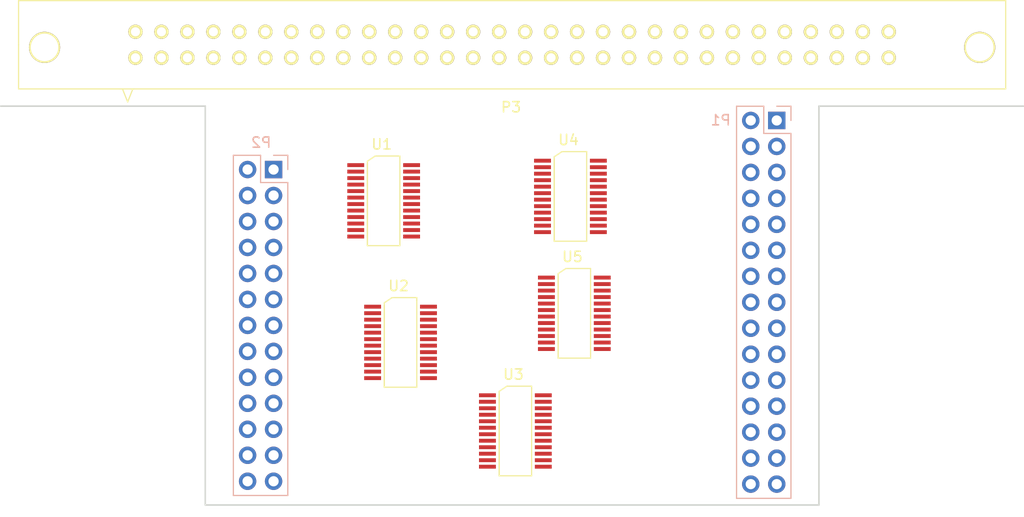
<source format=kicad_pcb>
(kicad_pcb (version 4) (host pcbnew 4.0.1-stable)

  (general
    (links 118)
    (no_connects 118)
    (area -30.075001 -20.091001 100.075001 20.075001)
    (thickness 1.6)
    (drawings 5)
    (tracks 0)
    (zones 0)
    (modules 8)
    (nets 114)
  )

  (page A4)
  (title_block
    (title "CSS118, Parking Meter PCB")
    (date 2016-07-25)
    (rev 7A)
    (company "Custom Silicon Solutions, Inc.")
  )

  (layers
    (0 F.Cu signal)
    (1 In1.Cu signal)
    (2 In2.Cu signal)
    (31 B.Cu signal)
    (32 B.Adhes user)
    (33 F.Adhes user)
    (34 B.Paste user)
    (35 F.Paste user)
    (36 B.SilkS user)
    (37 F.SilkS user)
    (38 B.Mask user)
    (39 F.Mask user)
    (40 Dwgs.User user)
    (41 Cmts.User user)
    (42 Eco1.User user)
    (43 Eco2.User user)
    (44 Edge.Cuts user)
    (45 Margin user)
    (46 B.CrtYd user)
    (47 F.CrtYd user)
    (48 B.Fab user)
    (49 F.Fab user)
  )

  (setup
    (last_trace_width 0.25)
    (user_trace_width 0.1524)
    (user_trace_width 0.1778)
    (user_trace_width 0.254)
    (user_trace_width 0.127)
    (user_trace_width 0.127)
    (user_trace_width 0.127)
    (user_trace_width 0.1778)
    (user_trace_width 0.254)
    (user_trace_width 0.381)
    (user_trace_width 0.4572)
    (user_trace_width 0.8128)
    (user_trace_width 0.1524)
    (user_trace_width 0.1778)
    (user_trace_width 0.254)
    (trace_clearance 0.2)
    (zone_clearance 0.508)
    (zone_45_only no)
    (trace_min 0.1524)
    (segment_width 0.2)
    (edge_width 0.15)
    (via_size 0.6858)
    (via_drill 0.3302)
    (via_min_size 0.6858)
    (via_min_drill 0.3302)
    (user_via 0.6858 0.3302)
    (user_via 0.4572 0.254)
    (user_via 0.4572 0.254)
    (user_via 0.4572 0.254)
    (user_via 0.4572 0.254)
    (user_via 0.508 0.254)
    (user_via 0.508 0.254)
    (user_via 0.508 0.254)
    (user_via 0.508 0.254)
    (user_via 0.6858 0.3302)
    (uvia_size 0.3)
    (uvia_drill 0.1)
    (uvias_allowed no)
    (uvia_min_size 0.2)
    (uvia_min_drill 0.1)
    (pcb_text_width 0.3)
    (pcb_text_size 1.5 1.5)
    (mod_edge_width 0.15)
    (mod_text_size 1 1)
    (mod_text_width 0.15)
    (pad_size 1.524 1.524)
    (pad_drill 0.762)
    (pad_to_mask_clearance 0.2)
    (aux_axis_origin 0 0)
    (visible_elements 7FFEF77F)
    (pcbplotparams
      (layerselection 0x010f0_80000001)
      (usegerberextensions true)
      (excludeedgelayer true)
      (linewidth 0.100000)
      (plotframeref false)
      (viasonmask false)
      (mode 1)
      (useauxorigin false)
      (hpglpennumber 1)
      (hpglpenspeed 20)
      (hpglpendiameter 15)
      (hpglpenoverlay 2)
      (psnegative false)
      (psa4output false)
      (plotreference true)
      (plotvalue true)
      (plotinvisibletext false)
      (padsonsilk false)
      (subtractmaskfromsilk false)
      (outputformat 1)
      (mirror false)
      (drillshape 0)
      (scaleselection 1)
      (outputdirectory project_outputs/))
  )

  (net 0 "")
  (net 1 /MID1)
  (net 2 /MID2)
  (net 3 /A1)
  (net 4 /A2)
  (net 5 /B1)
  (net 6 /B2)
  (net 7 /LED1)
  (net 8 GND)
  (net 9 /LED2)
  (net 10 /C1)
  (net 11 /C2)
  (net 12 /D1)
  (net 13 /D2)
  (net 14 /E1)
  (net 15 /E2)
  (net 16 /F1)
  (net 17 /F2)
  (net 18 /G1)
  (net 19 /G2)
  (net 20 /H1)
  (net 21 /H2)
  (net 22 /I1)
  (net 23 /I2)
  (net 24 /J1)
  (net 25 /J2)
  (net 26 /K1)
  (net 27 /K2)
  (net 28 /L1)
  (net 29 /L2)
  (net 30 /M1)
  (net 31 /M2)
  (net 32 /N1)
  (net 33 /N2)
  (net 34 /O1)
  (net 35 /O2)
  (net 36 /P1)
  (net 37 /P2)
  (net 38 /Q1)
  (net 39 /Q2)
  (net 40 /R1)
  (net 41 /R2)
  (net 42 /S1)
  (net 43 /S2)
  (net 44 /T1)
  (net 45 /T2)
  (net 46 /U1)
  (net 47 /U2)
  (net 48 /V1)
  (net 49 /V2)
  (net 50 /SDA)
  (net 51 /SCL)
  (net 52 /3V3)
  (net 53 "Net-(P2-Pad1)")
  (net 54 "Net-(P1-Pad1)")
  (net 55 "Net-(P2-Pad25)")
  (net 56 "Net-(P2-Pad26)")
  (net 57 /MID1_SW)
  (net 58 /MID2_SW)
  (net 59 /A1_SW)
  (net 60 /A2_SW)
  (net 61 /B1_SW)
  (net 62 /B2_SW)
  (net 63 /C1_SW)
  (net 64 /C2_SW)
  (net 65 /D1_SW)
  (net 66 /D2_SW)
  (net 67 /E1_SW)
  (net 68 /E2_SW)
  (net 69 /F1_SW)
  (net 70 /F2_SW)
  (net 71 /G1_SW)
  (net 72 /G2_SW)
  (net 73 /H1_SW)
  (net 74 /H2_SW)
  (net 75 /I1_SW)
  (net 76 /I2_SW)
  (net 77 /J1_SW)
  (net 78 /J2_SW)
  (net 79 /K1_SW)
  (net 80 /K2_SW)
  (net 81 /L1_SW)
  (net 82 /L2_SW)
  (net 83 /M1_SW)
  (net 84 /M2_SW)
  (net 85 /N1_SW)
  (net 86 /N2_SW)
  (net 87 /O1_SW)
  (net 88 /O2_SW)
  (net 89 /P1_SW)
  (net 90 /P2_SW)
  (net 91 /Q1_SW)
  (net 92 /Q2_SW)
  (net 93 /R1_SW)
  (net 94 /R2_SW)
  (net 95 /S1_SW)
  (net 96 /S2_SW)
  (net 97 /T1_SW)
  (net 98 /T2_SW)
  (net 99 /U1_SW)
  (net 100 /U2_SW)
  (net 101 /V1_SW)
  (net 102 /V2_SW)
  (net 103 /LED1_SW)
  (net 104 /LED2_SW)
  (net 105 /SDA_SW)
  (net 106 /SCL_SW)
  (net 107 /5V)
  (net 108 /CTL)
  (net 109 "Net-(U2-Pad24)")
  (net 110 "Net-(U3-Pad24)")
  (net 111 "Net-(U4-Pad24)")
  (net 112 "Net-(U5-Pad24)")
  (net 113 "Net-(U1-Pad24)")

  (net_class Default "This is the default net class."
    (clearance 0.2)
    (trace_width 0.25)
    (via_dia 0.6858)
    (via_drill 0.3302)
    (uvia_dia 0.3)
    (uvia_drill 0.1)
    (add_net /3V3)
    (add_net /5V)
    (add_net /A1)
    (add_net /A1_SW)
    (add_net /A2)
    (add_net /A2_SW)
    (add_net /B1)
    (add_net /B1_SW)
    (add_net /B2)
    (add_net /B2_SW)
    (add_net /C1)
    (add_net /C1_SW)
    (add_net /C2)
    (add_net /C2_SW)
    (add_net /CTL)
    (add_net /D1)
    (add_net /D1_SW)
    (add_net /D2)
    (add_net /D2_SW)
    (add_net /E1)
    (add_net /E1_SW)
    (add_net /E2)
    (add_net /E2_SW)
    (add_net /F1)
    (add_net /F1_SW)
    (add_net /F2)
    (add_net /F2_SW)
    (add_net /G1)
    (add_net /G1_SW)
    (add_net /G2)
    (add_net /G2_SW)
    (add_net /H1)
    (add_net /H1_SW)
    (add_net /H2)
    (add_net /H2_SW)
    (add_net /I1)
    (add_net /I1_SW)
    (add_net /I2)
    (add_net /I2_SW)
    (add_net /J1)
    (add_net /J1_SW)
    (add_net /J2)
    (add_net /J2_SW)
    (add_net /K1)
    (add_net /K1_SW)
    (add_net /K2)
    (add_net /K2_SW)
    (add_net /L1)
    (add_net /L1_SW)
    (add_net /L2)
    (add_net /L2_SW)
    (add_net /LED1)
    (add_net /LED1_SW)
    (add_net /LED2)
    (add_net /LED2_SW)
    (add_net /M1)
    (add_net /M1_SW)
    (add_net /M2)
    (add_net /M2_SW)
    (add_net /MID1)
    (add_net /MID1_SW)
    (add_net /MID2)
    (add_net /MID2_SW)
    (add_net /N1)
    (add_net /N1_SW)
    (add_net /N2)
    (add_net /N2_SW)
    (add_net /O1)
    (add_net /O1_SW)
    (add_net /O2)
    (add_net /O2_SW)
    (add_net /P1)
    (add_net /P1_SW)
    (add_net /P2)
    (add_net /P2_SW)
    (add_net /Q1)
    (add_net /Q1_SW)
    (add_net /Q2)
    (add_net /Q2_SW)
    (add_net /R1)
    (add_net /R1_SW)
    (add_net /R2)
    (add_net /R2_SW)
    (add_net /S1)
    (add_net /S1_SW)
    (add_net /S2)
    (add_net /S2_SW)
    (add_net /SCL)
    (add_net /SCL_SW)
    (add_net /SDA)
    (add_net /SDA_SW)
    (add_net /T1)
    (add_net /T1_SW)
    (add_net /T2)
    (add_net /T2_SW)
    (add_net /U1)
    (add_net /U1_SW)
    (add_net /U2)
    (add_net /U2_SW)
    (add_net /V1)
    (add_net /V1_SW)
    (add_net /V2)
    (add_net /V2_SW)
    (add_net GND)
    (add_net "Net-(P1-Pad1)")
    (add_net "Net-(P2-Pad1)")
    (add_net "Net-(P2-Pad25)")
    (add_net "Net-(P2-Pad26)")
    (add_net "Net-(U1-Pad24)")
    (add_net "Net-(U2-Pad24)")
    (add_net "Net-(U3-Pad24)")
    (add_net "Net-(U4-Pad24)")
    (add_net "Net-(U5-Pad24)")
  )

  (module Pin_Header_Straight_2x15_Pitch2.54mm (layer B.Cu) (tedit 589A9CD3) (tstamp 588AEAED)
    (at 24.605 0.18 180)
    (descr "Through hole straight pin header, 2x15, 2.54mm pitch, double rows")
    (tags "Through hole pin header THT 2x15 2.54mm double row")
    (path /588CBED8)
    (fp_text reference P1 (at 4.2088 17.8076 180) (layer B.SilkS)
      (effects (font (size 1 1) (thickness 0.15)) (justify mirror))
    )
    (fp_text value CONN_02X15 (at 0 -20.17 180) (layer B.Fab)
      (effects (font (size 1 1) (thickness 0.15)) (justify mirror))
    )
    (fp_line (start -2.54 19.05) (end -2.54 -19.05) (layer B.Fab) (width 0.1))
    (fp_line (start -2.54 -19.05) (end 2.54 -19.05) (layer B.Fab) (width 0.1))
    (fp_line (start 2.54 -19.05) (end 2.54 19.05) (layer B.Fab) (width 0.1))
    (fp_line (start 2.54 19.05) (end -2.54 19.05) (layer B.Fab) (width 0.1))
    (fp_line (start -2.66 16.51) (end -2.66 -19.17) (layer B.SilkS) (width 0.12))
    (fp_line (start -2.66 -19.17) (end 2.66 -19.17) (layer B.SilkS) (width 0.12))
    (fp_line (start 2.66 -19.17) (end 2.66 19.17) (layer B.SilkS) (width 0.12))
    (fp_line (start 2.66 19.17) (end 0 19.17) (layer B.SilkS) (width 0.12))
    (fp_line (start 0 19.17) (end 0 16.51) (layer B.SilkS) (width 0.12))
    (fp_line (start 0 16.51) (end -2.66 16.51) (layer B.SilkS) (width 0.12))
    (fp_line (start -2.66 17.78) (end -2.66 19.17) (layer B.SilkS) (width 0.12))
    (fp_line (start -2.66 19.17) (end -1.27 19.17) (layer B.SilkS) (width 0.12))
    (fp_line (start -2.87 19.38) (end -2.87 -19.32) (layer B.CrtYd) (width 0.05))
    (fp_line (start -2.87 -19.32) (end 2.83 -19.32) (layer B.CrtYd) (width 0.05))
    (fp_line (start 2.83 -19.32) (end 2.83 19.38) (layer B.CrtYd) (width 0.05))
    (fp_line (start 2.83 19.38) (end -2.87 19.38) (layer B.CrtYd) (width 0.05))
    (pad 1 thru_hole rect (at -1.27 17.78 180) (size 1.7 1.7) (drill 1) (layers *.Cu *.Mask)
      (net 54 "Net-(P1-Pad1)"))
    (pad 2 thru_hole oval (at 1.27 17.78 180) (size 1.7 1.7) (drill 1) (layers *.Cu *.Mask)
      (net 2 /MID2))
    (pad 3 thru_hole oval (at -1.27 15.24 180) (size 1.7 1.7) (drill 1) (layers *.Cu *.Mask)
      (net 29 /L2))
    (pad 4 thru_hole oval (at 1.27 15.24 180) (size 1.7 1.7) (drill 1) (layers *.Cu *.Mask)
      (net 28 /L1))
    (pad 5 thru_hole oval (at -1.27 12.7 180) (size 1.7 1.7) (drill 1) (layers *.Cu *.Mask)
      (net 31 /M2))
    (pad 6 thru_hole oval (at 1.27 12.7 180) (size 1.7 1.7) (drill 1) (layers *.Cu *.Mask)
      (net 30 /M1))
    (pad 7 thru_hole oval (at -1.27 10.16 180) (size 1.7 1.7) (drill 1) (layers *.Cu *.Mask)
      (net 33 /N2))
    (pad 8 thru_hole oval (at 1.27 10.16 180) (size 1.7 1.7) (drill 1) (layers *.Cu *.Mask)
      (net 32 /N1))
    (pad 9 thru_hole oval (at -1.27 7.62 180) (size 1.7 1.7) (drill 1) (layers *.Cu *.Mask)
      (net 35 /O2))
    (pad 10 thru_hole oval (at 1.27 7.62 180) (size 1.7 1.7) (drill 1) (layers *.Cu *.Mask)
      (net 34 /O1))
    (pad 11 thru_hole oval (at -1.27 5.08 180) (size 1.7 1.7) (drill 1) (layers *.Cu *.Mask)
      (net 37 /P2))
    (pad 12 thru_hole oval (at 1.27 5.08 180) (size 1.7 1.7) (drill 1) (layers *.Cu *.Mask)
      (net 36 /P1))
    (pad 13 thru_hole oval (at -1.27 2.54 180) (size 1.7 1.7) (drill 1) (layers *.Cu *.Mask)
      (net 39 /Q2))
    (pad 14 thru_hole oval (at 1.27 2.54 180) (size 1.7 1.7) (drill 1) (layers *.Cu *.Mask)
      (net 38 /Q1))
    (pad 15 thru_hole oval (at -1.27 0 180) (size 1.7 1.7) (drill 1) (layers *.Cu *.Mask)
      (net 41 /R2))
    (pad 16 thru_hole oval (at 1.27 0 180) (size 1.7 1.7) (drill 1) (layers *.Cu *.Mask)
      (net 40 /R1))
    (pad 17 thru_hole oval (at -1.27 -2.54 180) (size 1.7 1.7) (drill 1) (layers *.Cu *.Mask)
      (net 43 /S2))
    (pad 18 thru_hole oval (at 1.27 -2.54 180) (size 1.7 1.7) (drill 1) (layers *.Cu *.Mask)
      (net 42 /S1))
    (pad 19 thru_hole oval (at -1.27 -5.08 180) (size 1.7 1.7) (drill 1) (layers *.Cu *.Mask)
      (net 45 /T2))
    (pad 20 thru_hole oval (at 1.27 -5.08 180) (size 1.7 1.7) (drill 1) (layers *.Cu *.Mask)
      (net 44 /T1))
    (pad 21 thru_hole oval (at -1.27 -7.62 180) (size 1.7 1.7) (drill 1) (layers *.Cu *.Mask)
      (net 47 /U2))
    (pad 22 thru_hole oval (at 1.27 -7.62 180) (size 1.7 1.7) (drill 1) (layers *.Cu *.Mask)
      (net 46 /U1))
    (pad 23 thru_hole oval (at -1.27 -10.16 180) (size 1.7 1.7) (drill 1) (layers *.Cu *.Mask)
      (net 49 /V2))
    (pad 24 thru_hole oval (at 1.27 -10.16 180) (size 1.7 1.7) (drill 1) (layers *.Cu *.Mask)
      (net 48 /V1))
    (pad 25 thru_hole oval (at -1.27 -12.7 180) (size 1.7 1.7) (drill 1) (layers *.Cu *.Mask)
      (net 9 /LED2))
    (pad 26 thru_hole oval (at 1.27 -12.7 180) (size 1.7 1.7) (drill 1) (layers *.Cu *.Mask)
      (net 52 /3V3))
    (pad 27 thru_hole oval (at -1.27 -15.24 180) (size 1.7 1.7) (drill 1) (layers *.Cu *.Mask)
      (net 50 /SDA))
    (pad 28 thru_hole oval (at 1.27 -15.24 180) (size 1.7 1.7) (drill 1) (layers *.Cu *.Mask)
      (net 7 /LED1))
    (pad 29 thru_hole oval (at -1.27 -17.78 180) (size 1.7 1.7) (drill 1) (layers *.Cu *.Mask)
      (net 8 GND))
    (pad 30 thru_hole oval (at 1.27 -17.78 180) (size 1.7 1.7) (drill 1) (layers *.Cu *.Mask)
      (net 51 /SCL))
    (model Pin_Headers.3dshapes/Pin_Header_Straight_2x15_Pitch2.54mm.wrl
      (at (xyz 0.05 -0.7 0))
      (scale (xyz 1 1 1))
      (rotate (xyz 0 0 90))
    )
  )

  (module footprints_on_Cdrive:Pin_Header_Straight_2x13_Pitch2.54mm (layer B.Cu) (tedit 589AA5E4) (tstamp 588AEB1B)
    (at -24.595 2.44 180)
    (descr "Through hole straight pin header, 2x13, 2.54mm pitch, double rows")
    (tags "Through hole pin header THT 2x13 2.54mm double row")
    (path /588CBEDF)
    (fp_text reference P2 (at -0.0586 17.8832 180) (layer B.SilkS)
      (effects (font (size 1 1) (thickness 0.15)) (justify mirror))
    )
    (fp_text value CONN_02X13 (at 0 -17.63 180) (layer B.Fab)
      (effects (font (size 1 1) (thickness 0.15)) (justify mirror))
    )
    (fp_line (start -2.54 16.51) (end -2.54 -16.51) (layer B.Fab) (width 0.1))
    (fp_line (start -2.54 -16.51) (end 2.54 -16.51) (layer B.Fab) (width 0.1))
    (fp_line (start 2.54 -16.51) (end 2.54 16.51) (layer B.Fab) (width 0.1))
    (fp_line (start 2.54 16.51) (end -2.54 16.51) (layer B.Fab) (width 0.1))
    (fp_line (start -2.66 13.97) (end -2.66 -16.63) (layer B.SilkS) (width 0.12))
    (fp_line (start -2.66 -16.63) (end 2.66 -16.63) (layer B.SilkS) (width 0.12))
    (fp_line (start 2.66 -16.63) (end 2.66 16.63) (layer B.SilkS) (width 0.12))
    (fp_line (start 2.66 16.63) (end 0 16.63) (layer B.SilkS) (width 0.12))
    (fp_line (start 0 16.63) (end 0 13.97) (layer B.SilkS) (width 0.12))
    (fp_line (start 0 13.97) (end -2.66 13.97) (layer B.SilkS) (width 0.12))
    (fp_line (start -2.66 15.24) (end -2.66 16.63) (layer B.SilkS) (width 0.12))
    (fp_line (start -2.66 16.63) (end -1.27 16.63) (layer B.SilkS) (width 0.12))
    (fp_line (start -2.87 16.84) (end -2.87 -16.76) (layer B.CrtYd) (width 0.05))
    (fp_line (start -2.87 -16.76) (end 2.83 -16.76) (layer B.CrtYd) (width 0.05))
    (fp_line (start 2.83 -16.76) (end 2.83 16.84) (layer B.CrtYd) (width 0.05))
    (fp_line (start 2.83 16.84) (end -2.87 16.84) (layer B.CrtYd) (width 0.05))
    (pad 1 thru_hole rect (at -1.27 15.24 180) (size 1.7 1.7) (drill 1) (layers *.Cu *.Mask)
      (net 53 "Net-(P2-Pad1)"))
    (pad 2 thru_hole oval (at 1.27 15.24 180) (size 1.7 1.7) (drill 1) (layers *.Cu *.Mask)
      (net 1 /MID1))
    (pad 3 thru_hole oval (at -1.27 12.7 180) (size 1.7 1.7) (drill 1) (layers *.Cu *.Mask)
      (net 4 /A2))
    (pad 4 thru_hole oval (at 1.27 12.7 180) (size 1.7 1.7) (drill 1) (layers *.Cu *.Mask)
      (net 3 /A1))
    (pad 5 thru_hole oval (at -1.27 10.16 180) (size 1.7 1.7) (drill 1) (layers *.Cu *.Mask)
      (net 6 /B2))
    (pad 6 thru_hole oval (at 1.27 10.16 180) (size 1.7 1.7) (drill 1) (layers *.Cu *.Mask)
      (net 5 /B1))
    (pad 7 thru_hole oval (at -1.27 7.62 180) (size 1.7 1.7) (drill 1) (layers *.Cu *.Mask)
      (net 11 /C2))
    (pad 8 thru_hole oval (at 1.27 7.62 180) (size 1.7 1.7) (drill 1) (layers *.Cu *.Mask)
      (net 10 /C1))
    (pad 9 thru_hole oval (at -1.27 5.08 180) (size 1.7 1.7) (drill 1) (layers *.Cu *.Mask)
      (net 13 /D2))
    (pad 10 thru_hole oval (at 1.27 5.08 180) (size 1.7 1.7) (drill 1) (layers *.Cu *.Mask)
      (net 12 /D1))
    (pad 11 thru_hole oval (at -1.27 2.54 180) (size 1.7 1.7) (drill 1) (layers *.Cu *.Mask)
      (net 15 /E2))
    (pad 12 thru_hole oval (at 1.27 2.54 180) (size 1.7 1.7) (drill 1) (layers *.Cu *.Mask)
      (net 14 /E1))
    (pad 13 thru_hole oval (at -1.27 0 180) (size 1.7 1.7) (drill 1) (layers *.Cu *.Mask)
      (net 17 /F2))
    (pad 14 thru_hole oval (at 1.27 0 180) (size 1.7 1.7) (drill 1) (layers *.Cu *.Mask)
      (net 16 /F1))
    (pad 15 thru_hole oval (at -1.27 -2.54 180) (size 1.7 1.7) (drill 1) (layers *.Cu *.Mask)
      (net 19 /G2))
    (pad 16 thru_hole oval (at 1.27 -2.54 180) (size 1.7 1.7) (drill 1) (layers *.Cu *.Mask)
      (net 18 /G1))
    (pad 17 thru_hole oval (at -1.27 -5.08 180) (size 1.7 1.7) (drill 1) (layers *.Cu *.Mask)
      (net 21 /H2))
    (pad 18 thru_hole oval (at 1.27 -5.08 180) (size 1.7 1.7) (drill 1) (layers *.Cu *.Mask)
      (net 20 /H1))
    (pad 19 thru_hole oval (at -1.27 -7.62 180) (size 1.7 1.7) (drill 1) (layers *.Cu *.Mask)
      (net 23 /I2))
    (pad 20 thru_hole oval (at 1.27 -7.62 180) (size 1.7 1.7) (drill 1) (layers *.Cu *.Mask)
      (net 22 /I1))
    (pad 21 thru_hole oval (at -1.27 -10.16 180) (size 1.7 1.7) (drill 1) (layers *.Cu *.Mask)
      (net 25 /J2))
    (pad 22 thru_hole oval (at 1.27 -10.16 180) (size 1.7 1.7) (drill 1) (layers *.Cu *.Mask)
      (net 24 /J1))
    (pad 23 thru_hole oval (at -1.27 -12.7 180) (size 1.7 1.7) (drill 1) (layers *.Cu *.Mask)
      (net 27 /K2))
    (pad 24 thru_hole oval (at 1.27 -12.7 180) (size 1.7 1.7) (drill 1) (layers *.Cu *.Mask)
      (net 26 /K1))
    (pad 25 thru_hole oval (at -1.27 -15.24 180) (size 1.7 1.7) (drill 1) (layers *.Cu *.Mask)
      (net 55 "Net-(P2-Pad25)"))
    (pad 26 thru_hole oval (at 1.27 -15.24 180) (size 1.7 1.7) (drill 1) (layers *.Cu *.Mask)
      (net 56 "Net-(P2-Pad26)"))
    (model Pin_Headers.3dshapes/Pin_Header_Straight_2x13_Pitch2.54mm.wrl
      (at (xyz 0.05 -0.6 0))
      (scale (xyz 1 1 1))
      (rotate (xyz 0 0 90))
    )
  )

  (module footprints_on_Cdrive:HDR_2x30_F_latch (layer F.Cu) (tedit 589A9C3C) (tstamp 589BF933)
    (at 0 -25)
    (path /589B12C3)
    (fp_text reference P3 (at -0.1016 6.1024) (layer F.SilkS)
      (effects (font (size 1 1) (thickness 0.15)))
    )
    (fp_text value CONN_02X30 (at 0.508 8.89) (layer F.Fab)
      (effects (font (size 1 1) (thickness 0.15)))
    )
    (fp_line (start -38.1 4.318) (end -37.592 5.588) (layer F.SilkS) (width 0.12))
    (fp_line (start -37.592 5.588) (end -37.084 4.318) (layer F.SilkS) (width 0.12))
    (fp_line (start -48.26 0) (end -48.26 -4.318) (layer F.SilkS) (width 0.12))
    (fp_line (start -48.26 -4.318) (end 48.26 -4.318) (layer F.SilkS) (width 0.12))
    (fp_line (start 48.26 -4.318) (end 48.26 4.318) (layer F.SilkS) (width 0.12))
    (fp_line (start 48.26 4.318) (end -48.26 4.318) (layer F.SilkS) (width 0.12))
    (fp_line (start -48.26 4.318) (end -48.26 0) (layer F.SilkS) (width 0.12))
    (pad 1 thru_hole circle (at -36.83 1.27) (size 1.397 1.397) (drill 0.889) (layers *.Cu *.Mask F.SilkS)
      (net 57 /MID1_SW))
    (pad 2 thru_hole circle (at -36.83 -1.27) (size 1.397 1.397) (drill 0.889) (layers *.Cu *.Mask F.SilkS)
      (net 58 /MID2_SW))
    (pad 3 thru_hole circle (at -34.29 1.27) (size 1.397 1.397) (drill 0.889) (layers *.Cu *.Mask F.SilkS)
      (net 59 /A1_SW))
    (pad 4 thru_hole circle (at -34.29 -1.27) (size 1.397 1.397) (drill 0.889) (layers *.Cu *.Mask F.SilkS)
      (net 60 /A2_SW))
    (pad 5 thru_hole circle (at -31.75 1.27) (size 1.397 1.397) (drill 0.889) (layers *.Cu *.Mask F.SilkS)
      (net 61 /B1_SW))
    (pad 6 thru_hole circle (at -31.75 -1.27) (size 1.397 1.397) (drill 0.889) (layers *.Cu *.Mask F.SilkS)
      (net 62 /B2_SW))
    (pad 7 thru_hole circle (at -29.21 1.27) (size 1.397 1.397) (drill 0.889) (layers *.Cu *.Mask F.SilkS)
      (net 63 /C1_SW))
    (pad 8 thru_hole circle (at -29.21 -1.27) (size 1.397 1.397) (drill 0.889) (layers *.Cu *.Mask F.SilkS)
      (net 64 /C2_SW))
    (pad 9 thru_hole circle (at -26.67 1.27) (size 1.397 1.397) (drill 0.889) (layers *.Cu *.Mask F.SilkS)
      (net 65 /D1_SW))
    (pad 10 thru_hole circle (at -26.67 -1.27) (size 1.397 1.397) (drill 0.889) (layers *.Cu *.Mask F.SilkS)
      (net 66 /D2_SW))
    (pad 11 thru_hole circle (at -24.13 1.27) (size 1.397 1.397) (drill 0.889) (layers *.Cu *.Mask F.SilkS)
      (net 67 /E1_SW))
    (pad 12 thru_hole circle (at -24.13 -1.27) (size 1.397 1.397) (drill 0.889) (layers *.Cu *.Mask F.SilkS)
      (net 68 /E2_SW))
    (pad 13 thru_hole circle (at -21.59 1.27) (size 1.397 1.397) (drill 0.889) (layers *.Cu *.Mask F.SilkS)
      (net 69 /F1_SW))
    (pad 14 thru_hole circle (at -21.59 -1.27) (size 1.397 1.397) (drill 0.889) (layers *.Cu *.Mask F.SilkS)
      (net 70 /F2_SW))
    (pad 15 thru_hole circle (at -19.05 1.27) (size 1.397 1.397) (drill 0.889) (layers *.Cu *.Mask F.SilkS)
      (net 71 /G1_SW))
    (pad 16 thru_hole circle (at -19.05 -1.27) (size 1.397 1.397) (drill 0.889) (layers *.Cu *.Mask F.SilkS)
      (net 72 /G2_SW))
    (pad 17 thru_hole circle (at -16.51 1.27) (size 1.397 1.397) (drill 0.889) (layers *.Cu *.Mask F.SilkS)
      (net 73 /H1_SW))
    (pad 18 thru_hole circle (at -16.51 -1.27) (size 1.397 1.397) (drill 0.889) (layers *.Cu *.Mask F.SilkS)
      (net 74 /H2_SW))
    (pad 19 thru_hole circle (at -13.97 1.27) (size 1.397 1.397) (drill 0.889) (layers *.Cu *.Mask F.SilkS)
      (net 75 /I1_SW))
    (pad 20 thru_hole circle (at -13.97 -1.27) (size 1.397 1.397) (drill 0.889) (layers *.Cu *.Mask F.SilkS)
      (net 76 /I2_SW))
    (pad 21 thru_hole circle (at -11.43 1.27) (size 1.397 1.397) (drill 0.889) (layers *.Cu *.Mask F.SilkS)
      (net 77 /J1_SW))
    (pad 22 thru_hole circle (at -11.43 -1.27) (size 1.397 1.397) (drill 0.889) (layers *.Cu *.Mask F.SilkS)
      (net 78 /J2_SW))
    (pad 23 thru_hole circle (at -8.89 1.27) (size 1.397 1.397) (drill 0.889) (layers *.Cu *.Mask F.SilkS)
      (net 79 /K1_SW))
    (pad 24 thru_hole circle (at -8.89 -1.27) (size 1.397 1.397) (drill 0.889) (layers *.Cu *.Mask F.SilkS)
      (net 80 /K2_SW))
    (pad 25 thru_hole circle (at -6.35 1.27) (size 1.397 1.397) (drill 0.889) (layers *.Cu *.Mask F.SilkS)
      (net 81 /L1_SW))
    (pad 26 thru_hole circle (at -6.35 -1.27) (size 1.397 1.397) (drill 0.889) (layers *.Cu *.Mask F.SilkS)
      (net 82 /L2_SW))
    (pad 27 thru_hole circle (at -3.81 1.27) (size 1.397 1.397) (drill 0.889) (layers *.Cu *.Mask F.SilkS)
      (net 83 /M1_SW))
    (pad 28 thru_hole circle (at -3.81 -1.27) (size 1.397 1.397) (drill 0.889) (layers *.Cu *.Mask F.SilkS)
      (net 84 /M2_SW))
    (pad 29 thru_hole circle (at -1.27 1.27) (size 1.397 1.397) (drill 0.889) (layers *.Cu *.Mask F.SilkS)
      (net 85 /N1_SW))
    (pad 30 thru_hole circle (at -1.27 -1.27) (size 1.397 1.397) (drill 0.889) (layers *.Cu *.Mask F.SilkS)
      (net 86 /N2_SW))
    (pad 31 thru_hole circle (at 1.27 1.27) (size 1.397 1.397) (drill 0.889) (layers *.Cu *.Mask F.SilkS)
      (net 87 /O1_SW))
    (pad 32 thru_hole circle (at 1.27 -1.27) (size 1.397 1.397) (drill 0.889) (layers *.Cu *.Mask F.SilkS)
      (net 88 /O2_SW))
    (pad 33 thru_hole circle (at 3.81 1.27) (size 1.397 1.397) (drill 0.889) (layers *.Cu *.Mask F.SilkS)
      (net 89 /P1_SW))
    (pad 34 thru_hole circle (at 3.81 -1.27) (size 1.397 1.397) (drill 0.889) (layers *.Cu *.Mask F.SilkS)
      (net 90 /P2_SW))
    (pad 35 thru_hole circle (at 6.35 1.27) (size 1.397 1.397) (drill 0.889) (layers *.Cu *.Mask F.SilkS)
      (net 91 /Q1_SW))
    (pad 36 thru_hole circle (at 6.35 -1.27) (size 1.397 1.397) (drill 0.889) (layers *.Cu *.Mask F.SilkS)
      (net 92 /Q2_SW))
    (pad 37 thru_hole circle (at 8.89 1.27) (size 1.397 1.397) (drill 0.889) (layers *.Cu *.Mask F.SilkS)
      (net 93 /R1_SW))
    (pad 38 thru_hole circle (at 8.89 -1.27) (size 1.397 1.397) (drill 0.889) (layers *.Cu *.Mask F.SilkS)
      (net 94 /R2_SW))
    (pad 39 thru_hole circle (at 11.43 1.27) (size 1.397 1.397) (drill 0.889) (layers *.Cu *.Mask F.SilkS)
      (net 95 /S1_SW))
    (pad 40 thru_hole circle (at 11.43 -1.27) (size 1.397 1.397) (drill 0.889) (layers *.Cu *.Mask F.SilkS)
      (net 96 /S2_SW))
    (pad 41 thru_hole circle (at 13.97 1.27) (size 1.397 1.397) (drill 0.889) (layers *.Cu *.Mask F.SilkS)
      (net 97 /T1_SW))
    (pad 42 thru_hole circle (at 13.97 -1.27) (size 1.397 1.397) (drill 0.889) (layers *.Cu *.Mask F.SilkS)
      (net 98 /T2_SW))
    (pad 43 thru_hole circle (at 16.51 1.27) (size 1.397 1.397) (drill 0.889) (layers *.Cu *.Mask F.SilkS)
      (net 99 /U1_SW))
    (pad 44 thru_hole circle (at 16.51 -1.27) (size 1.397 1.397) (drill 0.889) (layers *.Cu *.Mask F.SilkS)
      (net 100 /U2_SW))
    (pad 45 thru_hole circle (at 19.05 1.27) (size 1.397 1.397) (drill 0.889) (layers *.Cu *.Mask F.SilkS)
      (net 101 /V1_SW))
    (pad 46 thru_hole circle (at 19.05 -1.27) (size 1.397 1.397) (drill 0.889) (layers *.Cu *.Mask F.SilkS)
      (net 102 /V2_SW))
    (pad 47 thru_hole circle (at 21.59 1.27) (size 1.397 1.397) (drill 0.889) (layers *.Cu *.Mask F.SilkS)
      (net 103 /LED1_SW))
    (pad 48 thru_hole circle (at 21.59 -1.27) (size 1.397 1.397) (drill 0.889) (layers *.Cu *.Mask F.SilkS)
      (net 104 /LED2_SW))
    (pad 49 thru_hole circle (at 24.13 1.27) (size 1.397 1.397) (drill 0.889) (layers *.Cu *.Mask F.SilkS)
      (net 105 /SDA_SW))
    (pad 50 thru_hole circle (at 24.13 -1.27) (size 1.397 1.397) (drill 0.889) (layers *.Cu *.Mask F.SilkS)
      (net 106 /SCL_SW))
    (pad 51 thru_hole circle (at 26.67 1.27) (size 1.397 1.397) (drill 0.889) (layers *.Cu *.Mask F.SilkS)
      (net 107 /5V))
    (pad 52 thru_hole circle (at 26.67 -1.27) (size 1.397 1.397) (drill 0.889) (layers *.Cu *.Mask F.SilkS)
      (net 107 /5V))
    (pad 53 thru_hole circle (at 29.21 1.27) (size 1.397 1.397) (drill 0.889) (layers *.Cu *.Mask F.SilkS)
      (net 107 /5V))
    (pad 54 thru_hole circle (at 29.21 -1.27) (size 1.397 1.397) (drill 0.889) (layers *.Cu *.Mask F.SilkS)
      (net 52 /3V3))
    (pad 55 thru_hole circle (at 31.75 1.27) (size 1.397 1.397) (drill 0.889) (layers *.Cu *.Mask F.SilkS)
      (net 52 /3V3))
    (pad 56 thru_hole circle (at 31.75 -1.27) (size 1.397 1.397) (drill 0.889) (layers *.Cu *.Mask F.SilkS)
      (net 52 /3V3))
    (pad 57 thru_hole circle (at 34.29 1.27) (size 1.397 1.397) (drill 0.889) (layers *.Cu *.Mask F.SilkS)
      (net 8 GND))
    (pad 58 thru_hole circle (at 34.29 -1.27) (size 1.397 1.397) (drill 0.889) (layers *.Cu *.Mask F.SilkS)
      (net 8 GND))
    (pad 59 thru_hole circle (at 36.83 1.27) (size 1.397 1.397) (drill 0.889) (layers *.Cu *.Mask F.SilkS)
      (net 8 GND))
    (pad 60 thru_hole circle (at 36.83 -1.27) (size 1.397 1.397) (drill 0.889) (layers *.Cu *.Mask F.SilkS)
      (net 8 GND))
    (pad 0 thru_hole circle (at 45.72 0.254) (size 3.048 3.048) (drill 2.6924) (layers *.Cu *.Mask F.SilkS))
    (pad 0 thru_hole circle (at -45.72 0.254) (size 3.048 3.048) (drill 2.6924) (layers *.Cu *.Mask F.SilkS))
  )

  (module footprints_on_Cdrive:QSOP-24 (layer F.Cu) (tedit 589A9346) (tstamp 589BF956)
    (at -13.6398 0.6096 270)
    (path /589995C3)
    (fp_text reference U2 (at -2.032 -2.54 360) (layer F.SilkS)
      (effects (font (size 1 1) (thickness 0.15)))
    )
    (fp_text value QS4A110 (at 9.144 -2.54 360) (layer F.Fab)
      (effects (font (size 1 1) (thickness 0.15)))
    )
    (fp_line (start -0.889 -4.318) (end -0.635 -4.318) (layer F.SilkS) (width 0.12))
    (fp_line (start -0.889 -4.318) (end -0.889 -1.905) (layer F.SilkS) (width 0.12))
    (fp_line (start -0.889 -1.905) (end -0.381 -1.143) (layer F.SilkS) (width 0.12))
    (fp_line (start -0.381 -1.143) (end 7.874 -1.143) (layer F.SilkS) (width 0.12))
    (fp_line (start -0.127 -1.143) (end 7.874 -1.143) (layer F.SilkS) (width 0.12))
    (fp_line (start -0.635 -4.318) (end 7.874 -4.318) (layer F.SilkS) (width 0.12))
    (fp_line (start 7.874 -4.318) (end 7.874 -1.143) (layer F.SilkS) (width 0.12))
    (pad 1 smd rect (at 0 0 270) (size 0.381 1.651) (layers F.Cu F.Paste F.Mask)
      (net 108 /CTL))
    (pad 2 smd rect (at 0.635 0 270) (size 0.381 1.651) (layers F.Cu F.Paste F.Mask)
      (net 67 /E1_SW))
    (pad 3 smd rect (at 1.27 0 270) (size 0.381 1.651) (layers F.Cu F.Paste F.Mask)
      (net 14 /E1))
    (pad 4 smd rect (at 1.905 0 270) (size 0.381 1.651) (layers F.Cu F.Paste F.Mask)
      (net 15 /E2))
    (pad 5 smd rect (at 2.54 0 270) (size 0.381 1.651) (layers F.Cu F.Paste F.Mask)
      (net 72 /G2_SW))
    (pad 6 smd rect (at 3.175 0 270) (size 0.381 1.651) (layers F.Cu F.Paste F.Mask)
      (net 69 /F1_SW))
    (pad 7 smd rect (at 3.81 0 270) (size 0.381 1.651) (layers F.Cu F.Paste F.Mask)
      (net 16 /F1))
    (pad 8 smd rect (at 4.445 0 270) (size 0.381 1.651) (layers F.Cu F.Paste F.Mask)
      (net 17 /F2))
    (pad 9 smd rect (at 5.08 0 270) (size 0.381 1.651) (layers F.Cu F.Paste F.Mask)
      (net 70 /F2_SW))
    (pad 10 smd rect (at 5.715 0 270) (size 0.381 1.651) (layers F.Cu F.Paste F.Mask)
      (net 71 /G1_SW))
    (pad 11 smd rect (at 6.35 0 270) (size 0.381 1.651) (layers F.Cu F.Paste F.Mask)
      (net 18 /G1))
    (pad 12 smd rect (at 6.985 0 270) (size 0.381 1.651) (layers F.Cu F.Paste F.Mask)
      (net 8 GND))
    (pad 13 smd rect (at 6.985 -5.461 270) (size 0.381 1.651) (layers F.Cu F.Paste F.Mask)
      (net 108 /CTL))
    (pad 14 smd rect (at 6.35 -5.461 270) (size 0.381 1.651) (layers F.Cu F.Paste F.Mask)
      (net 19 /G2))
    (pad 15 smd rect (at 5.715 -5.461 270) (size 0.381 1.651) (layers F.Cu F.Paste F.Mask))
    (pad 16 smd rect (at 5.08 -5.461 270) (size 0.381 1.651) (layers F.Cu F.Paste F.Mask)
      (net 73 /H1_SW))
    (pad 17 smd rect (at 4.445 -5.461 270) (size 0.381 1.651) (layers F.Cu F.Paste F.Mask)
      (net 20 /H1))
    (pad 18 smd rect (at 3.81 -5.461 270) (size 0.381 1.651) (layers F.Cu F.Paste F.Mask)
      (net 21 /H2))
    (pad 19 smd rect (at 3.175 -5.461 270) (size 0.381 1.651) (layers F.Cu F.Paste F.Mask)
      (net 74 /H2_SW))
    (pad 20 smd rect (at 2.54 -5.461 270) (size 0.381 1.651) (layers F.Cu F.Paste F.Mask)
      (net 75 /I1_SW))
    (pad 21 smd rect (at 1.905 -5.461 270) (size 0.381 1.651) (layers F.Cu F.Paste F.Mask)
      (net 22 /I1))
    (pad 22 smd rect (at 1.27 -5.461 270) (size 0.381 1.651) (layers F.Cu F.Paste F.Mask)
      (net 23 /I2))
    (pad 23 smd rect (at 0.635 -5.461 270) (size 0.381 1.651) (layers F.Cu F.Paste F.Mask)
      (net 76 /I2_SW))
    (pad 24 smd rect (at 0 -5.461 270) (size 0.381 1.651) (layers F.Cu F.Paste F.Mask)
      (net 109 "Net-(U2-Pad24)"))
  )

  (module footprints_on_Cdrive:QSOP-24 (layer F.Cu) (tedit 589A9346) (tstamp 589BF979)
    (at -2.413 9.271 270)
    (path /58999685)
    (fp_text reference U3 (at -2.032 -2.54 360) (layer F.SilkS)
      (effects (font (size 1 1) (thickness 0.15)))
    )
    (fp_text value QS4A110 (at 9.144 -2.54 360) (layer F.Fab)
      (effects (font (size 1 1) (thickness 0.15)))
    )
    (fp_line (start -0.889 -4.318) (end -0.635 -4.318) (layer F.SilkS) (width 0.12))
    (fp_line (start -0.889 -4.318) (end -0.889 -1.905) (layer F.SilkS) (width 0.12))
    (fp_line (start -0.889 -1.905) (end -0.381 -1.143) (layer F.SilkS) (width 0.12))
    (fp_line (start -0.381 -1.143) (end 7.874 -1.143) (layer F.SilkS) (width 0.12))
    (fp_line (start -0.127 -1.143) (end 7.874 -1.143) (layer F.SilkS) (width 0.12))
    (fp_line (start -0.635 -4.318) (end 7.874 -4.318) (layer F.SilkS) (width 0.12))
    (fp_line (start 7.874 -4.318) (end 7.874 -1.143) (layer F.SilkS) (width 0.12))
    (pad 1 smd rect (at 0 0 270) (size 0.381 1.651) (layers F.Cu F.Paste F.Mask)
      (net 108 /CTL))
    (pad 2 smd rect (at 0.635 0 270) (size 0.381 1.651) (layers F.Cu F.Paste F.Mask)
      (net 77 /J1_SW))
    (pad 3 smd rect (at 1.27 0 270) (size 0.381 1.651) (layers F.Cu F.Paste F.Mask)
      (net 24 /J1))
    (pad 4 smd rect (at 1.905 0 270) (size 0.381 1.651) (layers F.Cu F.Paste F.Mask)
      (net 25 /J2))
    (pad 5 smd rect (at 2.54 0 270) (size 0.381 1.651) (layers F.Cu F.Paste F.Mask)
      (net 78 /J2_SW))
    (pad 6 smd rect (at 3.175 0 270) (size 0.381 1.651) (layers F.Cu F.Paste F.Mask)
      (net 79 /K1_SW))
    (pad 7 smd rect (at 3.81 0 270) (size 0.381 1.651) (layers F.Cu F.Paste F.Mask)
      (net 26 /K1))
    (pad 8 smd rect (at 4.445 0 270) (size 0.381 1.651) (layers F.Cu F.Paste F.Mask)
      (net 27 /K2))
    (pad 9 smd rect (at 5.08 0 270) (size 0.381 1.651) (layers F.Cu F.Paste F.Mask)
      (net 80 /K2_SW))
    (pad 10 smd rect (at 5.715 0 270) (size 0.381 1.651) (layers F.Cu F.Paste F.Mask)
      (net 81 /L1_SW))
    (pad 11 smd rect (at 6.35 0 270) (size 0.381 1.651) (layers F.Cu F.Paste F.Mask)
      (net 28 /L1))
    (pad 12 smd rect (at 6.985 0 270) (size 0.381 1.651) (layers F.Cu F.Paste F.Mask)
      (net 8 GND))
    (pad 13 smd rect (at 6.985 -5.461 270) (size 0.381 1.651) (layers F.Cu F.Paste F.Mask)
      (net 108 /CTL))
    (pad 14 smd rect (at 6.35 -5.461 270) (size 0.381 1.651) (layers F.Cu F.Paste F.Mask)
      (net 29 /L2))
    (pad 15 smd rect (at 5.715 -5.461 270) (size 0.381 1.651) (layers F.Cu F.Paste F.Mask))
    (pad 16 smd rect (at 5.08 -5.461 270) (size 0.381 1.651) (layers F.Cu F.Paste F.Mask)
      (net 83 /M1_SW))
    (pad 17 smd rect (at 4.445 -5.461 270) (size 0.381 1.651) (layers F.Cu F.Paste F.Mask)
      (net 30 /M1))
    (pad 18 smd rect (at 3.81 -5.461 270) (size 0.381 1.651) (layers F.Cu F.Paste F.Mask)
      (net 31 /M2))
    (pad 19 smd rect (at 3.175 -5.461 270) (size 0.381 1.651) (layers F.Cu F.Paste F.Mask)
      (net 84 /M2_SW))
    (pad 20 smd rect (at 2.54 -5.461 270) (size 0.381 1.651) (layers F.Cu F.Paste F.Mask)
      (net 85 /N1_SW))
    (pad 21 smd rect (at 1.905 -5.461 270) (size 0.381 1.651) (layers F.Cu F.Paste F.Mask)
      (net 32 /N1))
    (pad 22 smd rect (at 1.27 -5.461 270) (size 0.381 1.651) (layers F.Cu F.Paste F.Mask)
      (net 33 /N2))
    (pad 23 smd rect (at 0.635 -5.461 270) (size 0.381 1.651) (layers F.Cu F.Paste F.Mask)
      (net 86 /N2_SW))
    (pad 24 smd rect (at 0 -5.461 270) (size 0.381 1.651) (layers F.Cu F.Paste F.Mask)
      (net 110 "Net-(U3-Pad24)"))
  )

  (module footprints_on_Cdrive:QSOP-24 (layer F.Cu) (tedit 589A9346) (tstamp 589BF99C)
    (at 2.9718 -13.6652 270)
    (path /5899978E)
    (fp_text reference U4 (at -2.032 -2.54 360) (layer F.SilkS)
      (effects (font (size 1 1) (thickness 0.15)))
    )
    (fp_text value QS4A110 (at 9.144 -2.54 360) (layer F.Fab)
      (effects (font (size 1 1) (thickness 0.15)))
    )
    (fp_line (start -0.889 -4.318) (end -0.635 -4.318) (layer F.SilkS) (width 0.12))
    (fp_line (start -0.889 -4.318) (end -0.889 -1.905) (layer F.SilkS) (width 0.12))
    (fp_line (start -0.889 -1.905) (end -0.381 -1.143) (layer F.SilkS) (width 0.12))
    (fp_line (start -0.381 -1.143) (end 7.874 -1.143) (layer F.SilkS) (width 0.12))
    (fp_line (start -0.127 -1.143) (end 7.874 -1.143) (layer F.SilkS) (width 0.12))
    (fp_line (start -0.635 -4.318) (end 7.874 -4.318) (layer F.SilkS) (width 0.12))
    (fp_line (start 7.874 -4.318) (end 7.874 -1.143) (layer F.SilkS) (width 0.12))
    (pad 1 smd rect (at 0 0 270) (size 0.381 1.651) (layers F.Cu F.Paste F.Mask)
      (net 108 /CTL))
    (pad 2 smd rect (at 0.635 0 270) (size 0.381 1.651) (layers F.Cu F.Paste F.Mask)
      (net 87 /O1_SW))
    (pad 3 smd rect (at 1.27 0 270) (size 0.381 1.651) (layers F.Cu F.Paste F.Mask)
      (net 34 /O1))
    (pad 4 smd rect (at 1.905 0 270) (size 0.381 1.651) (layers F.Cu F.Paste F.Mask)
      (net 35 /O2))
    (pad 5 smd rect (at 2.54 0 270) (size 0.381 1.651) (layers F.Cu F.Paste F.Mask)
      (net 88 /O2_SW))
    (pad 6 smd rect (at 3.175 0 270) (size 0.381 1.651) (layers F.Cu F.Paste F.Mask)
      (net 89 /P1_SW))
    (pad 7 smd rect (at 3.81 0 270) (size 0.381 1.651) (layers F.Cu F.Paste F.Mask)
      (net 36 /P1))
    (pad 8 smd rect (at 4.445 0 270) (size 0.381 1.651) (layers F.Cu F.Paste F.Mask)
      (net 37 /P2))
    (pad 9 smd rect (at 5.08 0 270) (size 0.381 1.651) (layers F.Cu F.Paste F.Mask)
      (net 90 /P2_SW))
    (pad 10 smd rect (at 5.715 0 270) (size 0.381 1.651) (layers F.Cu F.Paste F.Mask)
      (net 91 /Q1_SW))
    (pad 11 smd rect (at 6.35 0 270) (size 0.381 1.651) (layers F.Cu F.Paste F.Mask)
      (net 38 /Q1))
    (pad 12 smd rect (at 6.985 0 270) (size 0.381 1.651) (layers F.Cu F.Paste F.Mask)
      (net 8 GND))
    (pad 13 smd rect (at 6.985 -5.461 270) (size 0.381 1.651) (layers F.Cu F.Paste F.Mask)
      (net 108 /CTL))
    (pad 14 smd rect (at 6.35 -5.461 270) (size 0.381 1.651) (layers F.Cu F.Paste F.Mask)
      (net 39 /Q2))
    (pad 15 smd rect (at 5.715 -5.461 270) (size 0.381 1.651) (layers F.Cu F.Paste F.Mask))
    (pad 16 smd rect (at 5.08 -5.461 270) (size 0.381 1.651) (layers F.Cu F.Paste F.Mask)
      (net 93 /R1_SW))
    (pad 17 smd rect (at 4.445 -5.461 270) (size 0.381 1.651) (layers F.Cu F.Paste F.Mask)
      (net 40 /R1))
    (pad 18 smd rect (at 3.81 -5.461 270) (size 0.381 1.651) (layers F.Cu F.Paste F.Mask)
      (net 41 /R2))
    (pad 19 smd rect (at 3.175 -5.461 270) (size 0.381 1.651) (layers F.Cu F.Paste F.Mask)
      (net 94 /R2_SW))
    (pad 20 smd rect (at 2.54 -5.461 270) (size 0.381 1.651) (layers F.Cu F.Paste F.Mask)
      (net 95 /S1_SW))
    (pad 21 smd rect (at 1.905 -5.461 270) (size 0.381 1.651) (layers F.Cu F.Paste F.Mask)
      (net 42 /S1))
    (pad 22 smd rect (at 1.27 -5.461 270) (size 0.381 1.651) (layers F.Cu F.Paste F.Mask)
      (net 43 /S2))
    (pad 23 smd rect (at 0.635 -5.461 270) (size 0.381 1.651) (layers F.Cu F.Paste F.Mask)
      (net 96 /S2_SW))
    (pad 24 smd rect (at 0 -5.461 270) (size 0.381 1.651) (layers F.Cu F.Paste F.Mask)
      (net 111 "Net-(U4-Pad24)"))
  )

  (module footprints_on_Cdrive:QSOP-24 (layer F.Cu) (tedit 589A9346) (tstamp 589BF9BF)
    (at 3.3528 -2.2352 270)
    (path /58999894)
    (fp_text reference U5 (at -2.032 -2.54 360) (layer F.SilkS)
      (effects (font (size 1 1) (thickness 0.15)))
    )
    (fp_text value QS4A110 (at 9.144 -2.54 360) (layer F.Fab)
      (effects (font (size 1 1) (thickness 0.15)))
    )
    (fp_line (start -0.889 -4.318) (end -0.635 -4.318) (layer F.SilkS) (width 0.12))
    (fp_line (start -0.889 -4.318) (end -0.889 -1.905) (layer F.SilkS) (width 0.12))
    (fp_line (start -0.889 -1.905) (end -0.381 -1.143) (layer F.SilkS) (width 0.12))
    (fp_line (start -0.381 -1.143) (end 7.874 -1.143) (layer F.SilkS) (width 0.12))
    (fp_line (start -0.127 -1.143) (end 7.874 -1.143) (layer F.SilkS) (width 0.12))
    (fp_line (start -0.635 -4.318) (end 7.874 -4.318) (layer F.SilkS) (width 0.12))
    (fp_line (start 7.874 -4.318) (end 7.874 -1.143) (layer F.SilkS) (width 0.12))
    (pad 1 smd rect (at 0 0 270) (size 0.381 1.651) (layers F.Cu F.Paste F.Mask)
      (net 108 /CTL))
    (pad 2 smd rect (at 0.635 0 270) (size 0.381 1.651) (layers F.Cu F.Paste F.Mask)
      (net 97 /T1_SW))
    (pad 3 smd rect (at 1.27 0 270) (size 0.381 1.651) (layers F.Cu F.Paste F.Mask)
      (net 44 /T1))
    (pad 4 smd rect (at 1.905 0 270) (size 0.381 1.651) (layers F.Cu F.Paste F.Mask)
      (net 45 /T2))
    (pad 5 smd rect (at 2.54 0 270) (size 0.381 1.651) (layers F.Cu F.Paste F.Mask)
      (net 102 /V2_SW))
    (pad 6 smd rect (at 3.175 0 270) (size 0.381 1.651) (layers F.Cu F.Paste F.Mask)
      (net 99 /U1_SW))
    (pad 7 smd rect (at 3.81 0 270) (size 0.381 1.651) (layers F.Cu F.Paste F.Mask)
      (net 46 /U1))
    (pad 8 smd rect (at 4.445 0 270) (size 0.381 1.651) (layers F.Cu F.Paste F.Mask)
      (net 47 /U2))
    (pad 9 smd rect (at 5.08 0 270) (size 0.381 1.651) (layers F.Cu F.Paste F.Mask)
      (net 100 /U2_SW))
    (pad 10 smd rect (at 5.715 0 270) (size 0.381 1.651) (layers F.Cu F.Paste F.Mask)
      (net 101 /V1_SW))
    (pad 11 smd rect (at 6.35 0 270) (size 0.381 1.651) (layers F.Cu F.Paste F.Mask)
      (net 48 /V1))
    (pad 12 smd rect (at 6.985 0 270) (size 0.381 1.651) (layers F.Cu F.Paste F.Mask)
      (net 8 GND))
    (pad 13 smd rect (at 6.985 -5.461 270) (size 0.381 1.651) (layers F.Cu F.Paste F.Mask)
      (net 108 /CTL))
    (pad 14 smd rect (at 6.35 -5.461 270) (size 0.381 1.651) (layers F.Cu F.Paste F.Mask)
      (net 49 /V2))
    (pad 15 smd rect (at 5.715 -5.461 270) (size 0.381 1.651) (layers F.Cu F.Paste F.Mask))
    (pad 16 smd rect (at 5.08 -5.461 270) (size 0.381 1.651) (layers F.Cu F.Paste F.Mask)
      (net 103 /LED1_SW))
    (pad 17 smd rect (at 4.445 -5.461 270) (size 0.381 1.651) (layers F.Cu F.Paste F.Mask)
      (net 7 /LED1))
    (pad 18 smd rect (at 3.81 -5.461 270) (size 0.381 1.651) (layers F.Cu F.Paste F.Mask)
      (net 9 /LED2))
    (pad 19 smd rect (at 3.175 -5.461 270) (size 0.381 1.651) (layers F.Cu F.Paste F.Mask)
      (net 104 /LED2_SW))
    (pad 20 smd rect (at 2.54 -5.461 270) (size 0.381 1.651) (layers F.Cu F.Paste F.Mask)
      (net 105 /SDA_SW))
    (pad 21 smd rect (at 1.905 -5.461 270) (size 0.381 1.651) (layers F.Cu F.Paste F.Mask)
      (net 50 /SDA))
    (pad 22 smd rect (at 1.27 -5.461 270) (size 0.381 1.651) (layers F.Cu F.Paste F.Mask)
      (net 51 /SCL))
    (pad 23 smd rect (at 0.635 -5.461 270) (size 0.381 1.651) (layers F.Cu F.Paste F.Mask)
      (net 106 /SCL_SW))
    (pad 24 smd rect (at 0 -5.461 270) (size 0.381 1.651) (layers F.Cu F.Paste F.Mask)
      (net 112 "Net-(U5-Pad24)"))
  )

  (module footprints_on_Cdrive:QSOP-24 (layer F.Cu) (tedit 589A9346) (tstamp 589BFB8B)
    (at -15.2908 -13.2334 270)
    (path /58999048)
    (fp_text reference U1 (at -2.032 -2.54 360) (layer F.SilkS)
      (effects (font (size 1 1) (thickness 0.15)))
    )
    (fp_text value QS4A110 (at 9.144 -2.54 360) (layer F.Fab)
      (effects (font (size 1 1) (thickness 0.15)))
    )
    (fp_line (start -0.889 -4.318) (end -0.635 -4.318) (layer F.SilkS) (width 0.12))
    (fp_line (start -0.889 -4.318) (end -0.889 -1.905) (layer F.SilkS) (width 0.12))
    (fp_line (start -0.889 -1.905) (end -0.381 -1.143) (layer F.SilkS) (width 0.12))
    (fp_line (start -0.381 -1.143) (end 7.874 -1.143) (layer F.SilkS) (width 0.12))
    (fp_line (start -0.127 -1.143) (end 7.874 -1.143) (layer F.SilkS) (width 0.12))
    (fp_line (start -0.635 -4.318) (end 7.874 -4.318) (layer F.SilkS) (width 0.12))
    (fp_line (start 7.874 -4.318) (end 7.874 -1.143) (layer F.SilkS) (width 0.12))
    (pad 1 smd rect (at 0 0 270) (size 0.381 1.651) (layers F.Cu F.Paste F.Mask)
      (net 108 /CTL))
    (pad 2 smd rect (at 0.635 0 270) (size 0.381 1.651) (layers F.Cu F.Paste F.Mask)
      (net 57 /MID1_SW))
    (pad 3 smd rect (at 1.27 0 270) (size 0.381 1.651) (layers F.Cu F.Paste F.Mask)
      (net 1 /MID1))
    (pad 4 smd rect (at 1.905 0 270) (size 0.381 1.651) (layers F.Cu F.Paste F.Mask)
      (net 2 /MID2))
    (pad 5 smd rect (at 2.54 0 270) (size 0.381 1.651) (layers F.Cu F.Paste F.Mask)
      (net 62 /B2_SW))
    (pad 6 smd rect (at 3.175 0 270) (size 0.381 1.651) (layers F.Cu F.Paste F.Mask)
      (net 59 /A1_SW))
    (pad 7 smd rect (at 3.81 0 270) (size 0.381 1.651) (layers F.Cu F.Paste F.Mask)
      (net 3 /A1))
    (pad 8 smd rect (at 4.445 0 270) (size 0.381 1.651) (layers F.Cu F.Paste F.Mask)
      (net 4 /A2))
    (pad 9 smd rect (at 5.08 0 270) (size 0.381 1.651) (layers F.Cu F.Paste F.Mask)
      (net 60 /A2_SW))
    (pad 10 smd rect (at 5.715 0 270) (size 0.381 1.651) (layers F.Cu F.Paste F.Mask)
      (net 61 /B1_SW))
    (pad 11 smd rect (at 6.35 0 270) (size 0.381 1.651) (layers F.Cu F.Paste F.Mask)
      (net 5 /B1))
    (pad 12 smd rect (at 6.985 0 270) (size 0.381 1.651) (layers F.Cu F.Paste F.Mask)
      (net 8 GND))
    (pad 13 smd rect (at 6.985 -5.461 270) (size 0.381 1.651) (layers F.Cu F.Paste F.Mask)
      (net 108 /CTL))
    (pad 14 smd rect (at 6.35 -5.461 270) (size 0.381 1.651) (layers F.Cu F.Paste F.Mask)
      (net 6 /B2))
    (pad 15 smd rect (at 5.715 -5.461 270) (size 0.381 1.651) (layers F.Cu F.Paste F.Mask))
    (pad 16 smd rect (at 5.08 -5.461 270) (size 0.381 1.651) (layers F.Cu F.Paste F.Mask)
      (net 63 /C1_SW))
    (pad 17 smd rect (at 4.445 -5.461 270) (size 0.381 1.651) (layers F.Cu F.Paste F.Mask)
      (net 10 /C1))
    (pad 18 smd rect (at 3.81 -5.461 270) (size 0.381 1.651) (layers F.Cu F.Paste F.Mask)
      (net 11 /C2))
    (pad 19 smd rect (at 3.175 -5.461 270) (size 0.381 1.651) (layers F.Cu F.Paste F.Mask)
      (net 64 /C2_SW))
    (pad 20 smd rect (at 2.54 -5.461 270) (size 0.381 1.651) (layers F.Cu F.Paste F.Mask)
      (net 65 /D1_SW))
    (pad 21 smd rect (at 1.905 -5.461 270) (size 0.381 1.651) (layers F.Cu F.Paste F.Mask)
      (net 12 /D1))
    (pad 22 smd rect (at 1.27 -5.461 270) (size 0.381 1.651) (layers F.Cu F.Paste F.Mask)
      (net 13 /D2))
    (pad 23 smd rect (at 0.635 -5.461 270) (size 0.381 1.651) (layers F.Cu F.Paste F.Mask)
      (net 66 /D2_SW))
    (pad 24 smd rect (at 0 -5.461 270) (size 0.381 1.651) (layers F.Cu F.Paste F.Mask)
      (net 113 "Net-(U1-Pad24)"))
  )

  (gr_line (start 30 -19) (end 50 -19) (angle 90) (layer Edge.Cuts) (width 0.15))
  (gr_line (start -50 -19) (end -30 -19) (angle 90) (layer Edge.Cuts) (width 0.15))
  (gr_line (start -30 -19) (end -30 20) (angle 90) (layer Edge.Cuts) (width 0.15))
  (gr_line (start 30 20) (end 30 -19) (angle 90) (layer Edge.Cuts) (width 0.15))
  (gr_line (start -30 20) (end 30 20) (angle 90) (layer Edge.Cuts) (width 0.15))

)

</source>
